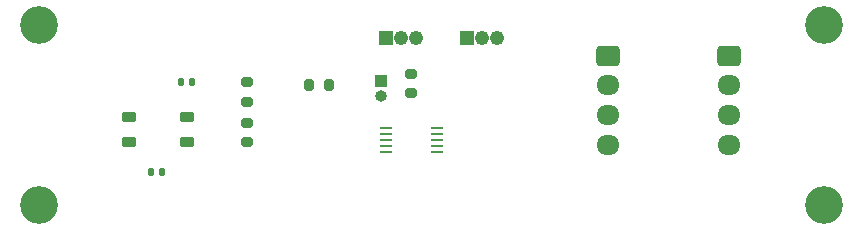
<source format=gbr>
%TF.GenerationSoftware,KiCad,Pcbnew,8.0.1*%
%TF.CreationDate,2024-03-19T15:30:12+01:00*%
%TF.ProjectId,lang1,6c616e67-312e-46b6-9963-61645f706362,rev?*%
%TF.SameCoordinates,Original*%
%TF.FileFunction,Soldermask,Top*%
%TF.FilePolarity,Negative*%
%FSLAX46Y46*%
G04 Gerber Fmt 4.6, Leading zero omitted, Abs format (unit mm)*
G04 Created by KiCad (PCBNEW 8.0.1) date 2024-03-19 15:30:12*
%MOMM*%
%LPD*%
G01*
G04 APERTURE LIST*
G04 Aperture macros list*
%AMRoundRect*
0 Rectangle with rounded corners*
0 $1 Rounding radius*
0 $2 $3 $4 $5 $6 $7 $8 $9 X,Y pos of 4 corners*
0 Add a 4 corners polygon primitive as box body*
4,1,4,$2,$3,$4,$5,$6,$7,$8,$9,$2,$3,0*
0 Add four circle primitives for the rounded corners*
1,1,$1+$1,$2,$3*
1,1,$1+$1,$4,$5*
1,1,$1+$1,$6,$7*
1,1,$1+$1,$8,$9*
0 Add four rect primitives between the rounded corners*
20,1,$1+$1,$2,$3,$4,$5,0*
20,1,$1+$1,$4,$5,$6,$7,0*
20,1,$1+$1,$6,$7,$8,$9,0*
20,1,$1+$1,$8,$9,$2,$3,0*%
G04 Aperture macros list end*
%ADD10RoundRect,0.218750X-0.381250X0.218750X-0.381250X-0.218750X0.381250X-0.218750X0.381250X0.218750X0*%
%ADD11RoundRect,0.102000X-0.515000X-0.515000X0.515000X-0.515000X0.515000X0.515000X-0.515000X0.515000X0*%
%ADD12C,1.234000*%
%ADD13RoundRect,0.200000X-0.275000X0.200000X-0.275000X-0.200000X0.275000X-0.200000X0.275000X0.200000X0*%
%ADD14C,3.200000*%
%ADD15RoundRect,0.140000X-0.140000X-0.170000X0.140000X-0.170000X0.140000X0.170000X-0.140000X0.170000X0*%
%ADD16R,1.100000X0.250000*%
%ADD17RoundRect,0.200000X0.200000X0.275000X-0.200000X0.275000X-0.200000X-0.275000X0.200000X-0.275000X0*%
%ADD18RoundRect,0.250000X-0.725000X0.600000X-0.725000X-0.600000X0.725000X-0.600000X0.725000X0.600000X0*%
%ADD19O,1.950000X1.700000*%
%ADD20R,1.000000X1.000000*%
%ADD21O,1.000000X1.000000*%
G04 APERTURE END LIST*
D10*
%TO.C,FB1*%
X106680000Y-61200000D03*
X106680000Y-63325000D03*
%TD*%
D11*
%TO.C,VDD*%
X135228000Y-54450000D03*
D12*
X136498000Y-54450000D03*
X137768000Y-54450000D03*
%TD*%
D13*
%TO.C,R2*%
X130492485Y-57495679D03*
X130492485Y-59145679D03*
%TD*%
D14*
%TO.C,H2*%
X165484000Y-53340000D03*
%TD*%
D15*
%TO.C,C2*%
X111040000Y-58245000D03*
X112000000Y-58245000D03*
%TD*%
D14*
%TO.C,H4*%
X165484000Y-68590000D03*
%TD*%
D10*
%TO.C,FB2*%
X111520000Y-61200000D03*
X111520000Y-63325000D03*
%TD*%
D16*
%TO.C,U1*%
X132690000Y-64110000D03*
X132690000Y-63610000D03*
X132690000Y-63110000D03*
X132690000Y-62610000D03*
X132690000Y-62110000D03*
X128390000Y-62110000D03*
X128390000Y-62610000D03*
X128390000Y-63110000D03*
X128390000Y-63610000D03*
X128390000Y-64110000D03*
%TD*%
D17*
%TO.C,R1*%
X123570000Y-58420000D03*
X121920000Y-58420000D03*
%TD*%
D15*
%TO.C,C1*%
X108500000Y-65865000D03*
X109460000Y-65865000D03*
%TD*%
D13*
%TO.C,R3*%
X116600000Y-61675000D03*
X116600000Y-63325000D03*
%TD*%
D18*
%TO.C,J2*%
X147200000Y-56000000D03*
D19*
X147200000Y-58500000D03*
X147200000Y-61000000D03*
X147200000Y-63500000D03*
%TD*%
D20*
%TO.C,J3*%
X128012047Y-58123422D03*
D21*
X128012047Y-59393422D03*
%TD*%
D14*
%TO.C,H3*%
X99060000Y-68590000D03*
%TD*%
D11*
%TO.C,VDD*%
X128428000Y-54450000D03*
D12*
X129698000Y-54450000D03*
X130968000Y-54450000D03*
%TD*%
D14*
%TO.C,H1*%
X99060000Y-53340000D03*
%TD*%
D13*
%TO.C,R4*%
X116600000Y-58245000D03*
X116600000Y-59895000D03*
%TD*%
D18*
%TO.C,J1*%
X157480000Y-56000000D03*
D19*
X157480000Y-58500000D03*
X157480000Y-61000000D03*
X157480000Y-63500000D03*
%TD*%
M02*

</source>
